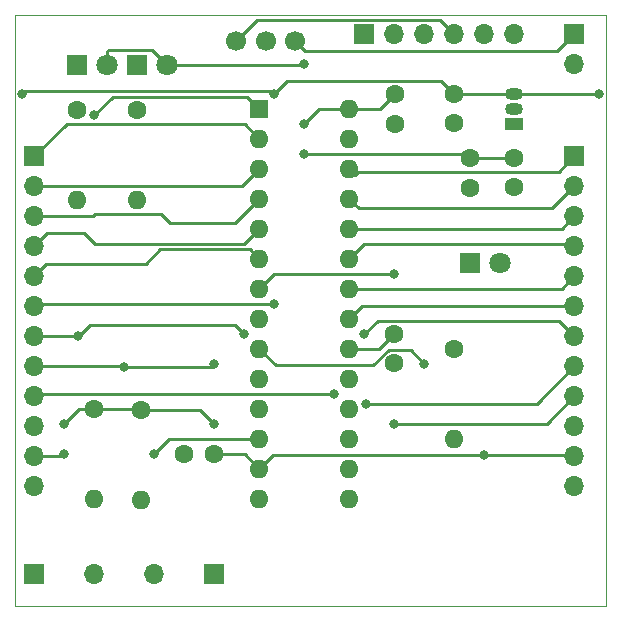
<source format=gbr>
%TF.GenerationSoftware,KiCad,Pcbnew,7.0.1-0*%
%TF.CreationDate,2023-04-19T13:51:38-05:00*%
%TF.ProjectId,ME 433 HW3,4d452034-3333-4204-9857-332e6b696361,rev?*%
%TF.SameCoordinates,Original*%
%TF.FileFunction,Copper,L1,Top*%
%TF.FilePolarity,Positive*%
%FSLAX46Y46*%
G04 Gerber Fmt 4.6, Leading zero omitted, Abs format (unit mm)*
G04 Created by KiCad (PCBNEW 7.0.1-0) date 2023-04-19 13:51:38*
%MOMM*%
%LPD*%
G01*
G04 APERTURE LIST*
%TA.AperFunction,ComponentPad*%
%ADD10C,1.600000*%
%TD*%
%TA.AperFunction,ComponentPad*%
%ADD11O,1.600000X1.600000*%
%TD*%
%TA.AperFunction,ComponentPad*%
%ADD12R,1.700000X1.700000*%
%TD*%
%TA.AperFunction,ComponentPad*%
%ADD13O,1.700000X1.700000*%
%TD*%
%TA.AperFunction,ComponentPad*%
%ADD14R,1.500000X1.050000*%
%TD*%
%TA.AperFunction,ComponentPad*%
%ADD15O,1.500000X1.050000*%
%TD*%
%TA.AperFunction,ComponentPad*%
%ADD16R,1.800000X1.800000*%
%TD*%
%TA.AperFunction,ComponentPad*%
%ADD17C,1.800000*%
%TD*%
%TA.AperFunction,ComponentPad*%
%ADD18R,1.600000X1.600000*%
%TD*%
%TA.AperFunction,ComponentPad*%
%ADD19C,1.700000*%
%TD*%
%TA.AperFunction,ViaPad*%
%ADD20C,0.800000*%
%TD*%
%TA.AperFunction,Conductor*%
%ADD21C,0.250000*%
%TD*%
%TA.AperFunction,Profile*%
%ADD22C,0.100000*%
%TD*%
G04 APERTURE END LIST*
D10*
%TO.P,R4,1*%
%TO.N,Net-(D2-K)*%
X105174367Y-108020640D03*
D11*
%TO.P,R4,2*%
%TO.N,/GREEN*%
X105174367Y-115640640D03*
%TD*%
D10*
%TO.P,C4,1*%
%TO.N,/VIN*%
X137160000Y-106680000D03*
%TO.P,C4,2*%
%TO.N,GND*%
X137160000Y-109180000D03*
%TD*%
D12*
%TO.P,J1,1,Pin_1*%
%TO.N,Net-(J1-Pin_1)*%
X147320000Y-101600000D03*
D13*
%TO.P,J1,2,Pin_2*%
%TO.N,GND*%
X147320000Y-104140000D03*
%TD*%
D14*
%TO.P,U2,1,VO*%
%TO.N,+3.3V*%
X142240000Y-109220000D03*
D15*
%TO.P,U2,2,GND*%
%TO.N,GND*%
X142240000Y-107950000D03*
%TO.P,U2,3,VI*%
%TO.N,/VIN*%
X142240000Y-106680000D03*
%TD*%
D16*
%TO.P,D1,1,K*%
%TO.N,Net-(D1-K)*%
X138455683Y-121026425D03*
D17*
%TO.P,D1,2,A*%
%TO.N,+3.3V*%
X140995683Y-121026425D03*
%TD*%
D10*
%TO.P,C5,1*%
%TO.N,+3.3V*%
X142196489Y-112093623D03*
%TO.P,C5,2*%
%TO.N,GND*%
X142196489Y-114593623D03*
%TD*%
%TO.P,C1,1*%
%TO.N,+3.3V*%
X116800000Y-137160000D03*
%TO.P,C1,2*%
%TO.N,GND*%
X114300000Y-137160000D03*
%TD*%
D16*
%TO.P,D3,1,K*%
%TO.N,Net-(D3-K)*%
X110254367Y-104210640D03*
D17*
%TO.P,D3,2,A*%
%TO.N,+3.3V*%
X112794367Y-104210640D03*
%TD*%
D12*
%TO.P,J3,1,Pin_1*%
%TO.N,/B15*%
X147320000Y-111960000D03*
D13*
%TO.P,J3,2,Pin_2*%
%TO.N,/B14*%
X147320000Y-114500000D03*
%TO.P,J3,3,Pin_3*%
%TO.N,/B13*%
X147320000Y-117040000D03*
%TO.P,J3,4,Pin_4*%
%TO.N,/B12*%
X147320000Y-119580000D03*
%TO.P,J3,5,Pin_5*%
%TO.N,/B11*%
X147320000Y-122120000D03*
%TO.P,J3,6,Pin_6*%
%TO.N,/B10*%
X147320000Y-124660000D03*
%TO.P,J3,7,Pin_7*%
%TO.N,/B9*%
X147320000Y-127200000D03*
%TO.P,J3,8,Pin_8*%
%TO.N,/B8*%
X147320000Y-129740000D03*
%TO.P,J3,9,Pin_9*%
%TO.N,/B7*%
X147320000Y-132280000D03*
%TO.P,J3,10,Pin_10*%
%TO.N,/VIN*%
X147320000Y-134820000D03*
%TO.P,J3,11,Pin_11*%
%TO.N,+3.3V*%
X147320000Y-137360000D03*
%TO.P,J3,12,Pin_12*%
%TO.N,GND*%
X147320000Y-139900000D03*
%TD*%
D10*
%TO.P,C3,1*%
%TO.N,Net-(U1-VCAP)*%
X132080000Y-127000000D03*
%TO.P,C3,2*%
%TO.N,GND*%
X132080000Y-129500000D03*
%TD*%
%TO.P,R5,1*%
%TO.N,Net-(D3-K)*%
X110254367Y-108020640D03*
D11*
%TO.P,R5,2*%
%TO.N,/YELLOW*%
X110254367Y-115640640D03*
%TD*%
D10*
%TO.P,R2,1*%
%TO.N,+3.3V*%
X106680000Y-133350000D03*
D11*
%TO.P,R2,2*%
%TO.N,/MCLR*%
X106680000Y-140970000D03*
%TD*%
D12*
%TO.P,SW2,1,1*%
%TO.N,GND*%
X101600000Y-147320000D03*
D13*
%TO.P,SW2,2,2*%
%TO.N,/MCLR*%
X106680000Y-147320000D03*
%TD*%
D16*
%TO.P,D2,1,K*%
%TO.N,Net-(D2-K)*%
X105174367Y-104210640D03*
D17*
%TO.P,D2,2,A*%
%TO.N,+3.3V*%
X107714367Y-104210640D03*
%TD*%
D10*
%TO.P,C2,1*%
%TO.N,+3.3V*%
X132120000Y-106720000D03*
%TO.P,C2,2*%
%TO.N,GND*%
X132120000Y-109220000D03*
%TD*%
D12*
%TO.P,SW3,1,1*%
%TO.N,GND*%
X116840000Y-147320000D03*
D13*
%TO.P,SW3,2,2*%
%TO.N,/USER*%
X111760000Y-147320000D03*
%TD*%
D12*
%TO.P,J4,1,Pin_1*%
%TO.N,unconnected-(J4-Pin_1-Pad1)*%
X129540000Y-101600000D03*
D13*
%TO.P,J4,2,Pin_2*%
%TO.N,/U1TX*%
X132080000Y-101600000D03*
%TO.P,J4,3,Pin_3*%
%TO.N,/U1RX*%
X134620000Y-101600000D03*
%TO.P,J4,4,Pin_4*%
%TO.N,+5V*%
X137160000Y-101600000D03*
%TO.P,J4,5,Pin_5*%
%TO.N,unconnected-(J4-Pin_5-Pad5)*%
X139700000Y-101600000D03*
%TO.P,J4,6,Pin_6*%
%TO.N,GND*%
X142240000Y-101600000D03*
%TD*%
D10*
%TO.P,R3,1*%
%TO.N,+3.3V*%
X110640135Y-133409684D03*
D11*
%TO.P,R3,2*%
%TO.N,/USER*%
X110640135Y-141029684D03*
%TD*%
D18*
%TO.P,U1,1,~{MCLR}*%
%TO.N,/MCLR*%
X120660000Y-107935000D03*
D11*
%TO.P,U1,2,A0*%
%TO.N,/A0*%
X120660000Y-110475000D03*
%TO.P,U1,3,A1*%
%TO.N,/A1*%
X120660000Y-113015000D03*
%TO.P,U1,4,B0*%
%TO.N,/B0*%
X120660000Y-115555000D03*
%TO.P,U1,5,B1*%
%TO.N,/B1*%
X120660000Y-118095000D03*
%TO.P,U1,6,B2*%
%TO.N,/B2*%
X120660000Y-120635000D03*
%TO.P,U1,7,B3*%
%TO.N,/U1TX*%
X120660000Y-123175000D03*
%TO.P,U1,8,VSS*%
%TO.N,GND*%
X120660000Y-125715000D03*
%TO.P,U1,9,A2*%
%TO.N,/U1RX*%
X120660000Y-128255000D03*
%TO.P,U1,10,A3*%
%TO.N,/A3*%
X120660000Y-130795000D03*
%TO.P,U1,11,B4*%
%TO.N,/GREEN*%
X120660000Y-133335000D03*
%TO.P,U1,12,A4*%
%TO.N,/USER*%
X120660000Y-135875000D03*
%TO.P,U1,13,VDD*%
%TO.N,+3.3V*%
X120660000Y-138415000D03*
%TO.P,U1,14,B5*%
%TO.N,/YELLOW*%
X120660000Y-140955000D03*
%TO.P,U1,15,B6*%
%TO.N,/B6*%
X128280000Y-140955000D03*
%TO.P,U1,16,B7*%
%TO.N,/B7*%
X128280000Y-138415000D03*
%TO.P,U1,17,B8*%
%TO.N,/B8*%
X128280000Y-135875000D03*
%TO.P,U1,18,B9*%
%TO.N,/B9*%
X128280000Y-133335000D03*
%TO.P,U1,19,VSS*%
%TO.N,GND*%
X128280000Y-130795000D03*
%TO.P,U1,20,VCAP*%
%TO.N,Net-(U1-VCAP)*%
X128280000Y-128255000D03*
%TO.P,U1,21,B10*%
%TO.N,/B10*%
X128280000Y-125715000D03*
%TO.P,U1,22,B11*%
%TO.N,/B11*%
X128280000Y-123175000D03*
%TO.P,U1,23,B12*%
%TO.N,/B12*%
X128280000Y-120635000D03*
%TO.P,U1,24,B13*%
%TO.N,/B13*%
X128280000Y-118095000D03*
%TO.P,U1,25,B14*%
%TO.N,/B14*%
X128280000Y-115555000D03*
%TO.P,U1,26,B15*%
%TO.N,/B15*%
X128280000Y-113015000D03*
%TO.P,U1,27,AVSS*%
%TO.N,GND*%
X128280000Y-110475000D03*
%TO.P,U1,28,AVDD*%
%TO.N,+3.3V*%
X128280000Y-107935000D03*
%TD*%
D10*
%TO.P,C6,1*%
%TO.N,+3.3V*%
X138526626Y-112141284D03*
%TO.P,C6,2*%
%TO.N,GND*%
X138526626Y-114641284D03*
%TD*%
D19*
%TO.P,SW1,1,A*%
%TO.N,+5V*%
X118692852Y-102213822D03*
%TO.P,SW1,2,B*%
%TO.N,/VIN*%
X121192852Y-102213822D03*
%TO.P,SW1,3,C*%
%TO.N,Net-(J1-Pin_1)*%
X123692852Y-102213822D03*
%TD*%
D10*
%TO.P,R1,1*%
%TO.N,Net-(D1-K)*%
X137160000Y-128270000D03*
D11*
%TO.P,R1,2*%
%TO.N,GND*%
X137160000Y-135890000D03*
%TD*%
D12*
%TO.P,J2,1,Pin_1*%
%TO.N,/A0*%
X101600000Y-111960000D03*
D13*
%TO.P,J2,2,Pin_2*%
%TO.N,/A1*%
X101600000Y-114500000D03*
%TO.P,J2,3,Pin_3*%
%TO.N,/B0*%
X101600000Y-117040000D03*
%TO.P,J2,4,Pin_4*%
%TO.N,/B1*%
X101600000Y-119580000D03*
%TO.P,J2,5,Pin_5*%
%TO.N,/B2*%
X101600000Y-122120000D03*
%TO.P,J2,6,Pin_6*%
%TO.N,/A3*%
X101600000Y-124660000D03*
%TO.P,J2,7,Pin_7*%
%TO.N,/GREEN*%
X101600000Y-127200000D03*
%TO.P,J2,8,Pin_8*%
%TO.N,/YELLOW*%
X101600000Y-129740000D03*
%TO.P,J2,9,Pin_9*%
%TO.N,/B6*%
X101600000Y-132280000D03*
%TO.P,J2,10,Pin_10*%
%TO.N,/VIN*%
X101600000Y-134820000D03*
%TO.P,J2,11,Pin_11*%
%TO.N,+3.3V*%
X101600000Y-137360000D03*
%TO.P,J2,12,Pin_12*%
%TO.N,GND*%
X101600000Y-139900000D03*
%TD*%
D20*
%TO.N,+3.3V*%
X139700000Y-137290000D03*
X104140000Y-134620000D03*
X116840000Y-134620000D03*
X124460000Y-109220000D03*
X124460000Y-104140000D03*
X124460000Y-111760000D03*
X104140000Y-137160000D03*
%TO.N,/VIN*%
X121920000Y-106680000D03*
X149440500Y-106680000D03*
X100559500Y-106680000D03*
%TO.N,/A3*%
X121920000Y-124460000D03*
%TO.N,/GREEN*%
X119380000Y-127000000D03*
X105337979Y-127200000D03*
%TO.N,/YELLOW*%
X109220000Y-129833175D03*
X116840000Y-129540000D03*
%TO.N,/B6*%
X127000000Y-132080000D03*
%TO.N,/B9*%
X129540000Y-127000000D03*
%TO.N,/B8*%
X129706765Y-132932834D03*
%TO.N,/B7*%
X132080000Y-134620000D03*
%TO.N,/U1TX*%
X132080000Y-121920000D03*
%TO.N,/U1RX*%
X134620000Y-129540000D03*
%TO.N,/MCLR*%
X106680000Y-108495500D03*
%TO.N,/USER*%
X111760000Y-137160000D03*
%TD*%
D21*
%TO.N,+3.3V*%
X115629684Y-133409684D02*
X116840000Y-134620000D01*
X110640135Y-133409684D02*
X115629684Y-133409684D01*
X106680000Y-133350000D02*
X110580451Y-133350000D01*
X107714367Y-103105633D02*
X107834360Y-102985640D01*
X142196489Y-109263511D02*
X142240000Y-109220000D01*
X142148828Y-112141284D02*
X142196489Y-112093623D01*
X138145342Y-111760000D02*
X124460000Y-111760000D01*
X121785000Y-137290000D02*
X120660000Y-138415000D01*
X101600000Y-137360000D02*
X103940000Y-137360000D01*
X105410000Y-133350000D02*
X106680000Y-133350000D01*
X103940000Y-137360000D02*
X104140000Y-137160000D01*
X124389360Y-104210640D02*
X124460000Y-104140000D01*
X111569367Y-102985640D02*
X112794367Y-104210640D01*
X107834360Y-102985640D02*
X111569367Y-102985640D01*
X128280000Y-107935000D02*
X130905000Y-107935000D01*
X110580451Y-133350000D02*
X110640135Y-133409684D01*
X138526626Y-112141284D02*
X142148828Y-112141284D01*
X125745000Y-107935000D02*
X128280000Y-107935000D01*
X147320000Y-137360000D02*
X147250000Y-137290000D01*
X139700000Y-137290000D02*
X121785000Y-137290000D01*
X107714367Y-104210640D02*
X107714367Y-103105633D01*
X138526626Y-112141284D02*
X138145342Y-111760000D01*
X147250000Y-137290000D02*
X139700000Y-137290000D01*
X130905000Y-107935000D02*
X132120000Y-106720000D01*
X106739684Y-133409684D02*
X106680000Y-133350000D01*
X124460000Y-109220000D02*
X125745000Y-107935000D01*
X119405000Y-137160000D02*
X120660000Y-138415000D01*
X112794367Y-104210640D02*
X124389360Y-104210640D01*
X116800000Y-137160000D02*
X119405000Y-137160000D01*
X104140000Y-134620000D02*
X105410000Y-133350000D01*
%TO.N,Net-(U1-VCAP)*%
X128280000Y-128255000D02*
X130825000Y-128255000D01*
X130825000Y-128255000D02*
X132080000Y-127000000D01*
%TO.N,/VIN*%
X121685640Y-106445640D02*
X100793860Y-106445640D01*
X142240000Y-106680000D02*
X149440500Y-106680000D01*
X136075000Y-105595000D02*
X123005000Y-105595000D01*
X123005000Y-105595000D02*
X121920000Y-106680000D01*
X100793860Y-106445640D02*
X100559500Y-106680000D01*
X121920000Y-106680000D02*
X121685640Y-106445640D01*
X142240000Y-106680000D02*
X137160000Y-106680000D01*
X137160000Y-106680000D02*
X136075000Y-105595000D01*
%TO.N,Net-(J1-Pin_1)*%
X145856178Y-103063822D02*
X124542852Y-103063822D01*
X147320000Y-101600000D02*
X145856178Y-103063822D01*
X124542852Y-103063822D02*
X123692852Y-102213822D01*
%TO.N,/A0*%
X104340000Y-109220000D02*
X119405000Y-109220000D01*
X101600000Y-111960000D02*
X104340000Y-109220000D01*
X119405000Y-109220000D02*
X120660000Y-110475000D01*
%TO.N,/A1*%
X101600000Y-114500000D02*
X119175000Y-114500000D01*
X119175000Y-114500000D02*
X120660000Y-113015000D01*
%TO.N,/B0*%
X113075000Y-117595000D02*
X118620000Y-117595000D01*
X112320000Y-116840000D02*
X113075000Y-117595000D01*
X106559009Y-117040000D02*
X106759009Y-116840000D01*
X118620000Y-117595000D02*
X120660000Y-115555000D01*
X101600000Y-117040000D02*
X106559009Y-117040000D01*
X106759009Y-116840000D02*
X112320000Y-116840000D01*
%TO.N,/B1*%
X102713583Y-118466417D02*
X105815387Y-118466417D01*
X101600000Y-119580000D02*
X102713583Y-118466417D01*
X106728970Y-119380000D02*
X119375000Y-119380000D01*
X119375000Y-119380000D02*
X120660000Y-118095000D01*
X105815387Y-118466417D02*
X106728970Y-119380000D01*
%TO.N,/B2*%
X102631825Y-121088175D02*
X111018175Y-121088175D01*
X101600000Y-122120000D02*
X102631825Y-121088175D01*
X112276350Y-119830000D02*
X119855000Y-119830000D01*
X119855000Y-119830000D02*
X120660000Y-120635000D01*
X111018175Y-121088175D02*
X112276350Y-119830000D01*
%TO.N,/A3*%
X101600000Y-124660000D02*
X101800000Y-124460000D01*
X101800000Y-124460000D02*
X121920000Y-124460000D01*
%TO.N,/GREEN*%
X118625000Y-126245000D02*
X119380000Y-127000000D01*
X105537979Y-127000000D02*
X105337979Y-127200000D01*
X101600000Y-127200000D02*
X105337979Y-127200000D01*
X105349396Y-127211417D02*
X106315813Y-126245000D01*
X105337979Y-127200000D02*
X105349396Y-127211417D01*
X106315813Y-126245000D02*
X118625000Y-126245000D01*
%TO.N,/YELLOW*%
X109126825Y-129740000D02*
X109220000Y-129833175D01*
X116546825Y-129833175D02*
X116840000Y-129540000D01*
X111760000Y-129833175D02*
X116546825Y-129833175D01*
X109220000Y-129833175D02*
X111760000Y-129833175D01*
X101600000Y-129740000D02*
X109126825Y-129740000D01*
%TO.N,/B6*%
X101800000Y-132080000D02*
X127000000Y-132080000D01*
X101600000Y-132280000D02*
X101800000Y-132080000D01*
%TO.N,/B15*%
X146013716Y-113266284D02*
X147320000Y-111960000D01*
X128781284Y-113516284D02*
X129031284Y-113266284D01*
X128280000Y-113015000D02*
X128781284Y-113516284D01*
X129031284Y-113266284D02*
X146013716Y-113266284D01*
%TO.N,/B14*%
X128280000Y-115555000D02*
X129079999Y-116354999D01*
X145465001Y-116354999D02*
X147320000Y-114500000D01*
X129079999Y-116354999D02*
X145465001Y-116354999D01*
%TO.N,/B13*%
X128280000Y-118095000D02*
X146265000Y-118095000D01*
X146265000Y-118095000D02*
X147320000Y-117040000D01*
%TO.N,/B12*%
X129535000Y-119380000D02*
X147320000Y-119380000D01*
X128280000Y-120635000D02*
X129535000Y-119380000D01*
%TO.N,/B11*%
X128280000Y-123175000D02*
X146265000Y-123175000D01*
X146265000Y-123175000D02*
X147320000Y-122120000D01*
%TO.N,/B10*%
X147320000Y-124660000D02*
X129335000Y-124660000D01*
X129335000Y-124660000D02*
X128280000Y-125715000D01*
%TO.N,/B9*%
X145995000Y-125875000D02*
X130665000Y-125875000D01*
X130665000Y-125875000D02*
X129540000Y-127000000D01*
X147320000Y-127200000D02*
X145995000Y-125875000D01*
%TO.N,/B8*%
X147320000Y-129740000D02*
X144127166Y-132932834D01*
X144127166Y-132932834D02*
X129706765Y-132932834D01*
%TO.N,/B7*%
X144980000Y-134620000D02*
X132080000Y-134620000D01*
X147320000Y-132280000D02*
X144980000Y-134620000D01*
%TO.N,/U1TX*%
X121915000Y-121920000D02*
X132080000Y-121920000D01*
X120660000Y-123175000D02*
X121915000Y-121920000D01*
%TO.N,/U1RX*%
X133455000Y-128375000D02*
X134620000Y-129540000D01*
X120660000Y-128255000D02*
X122075000Y-129670000D01*
X130319009Y-129670000D02*
X131614009Y-128375000D01*
X122075000Y-129670000D02*
X130319009Y-129670000D01*
X131614009Y-128375000D02*
X133455000Y-128375000D01*
%TO.N,+5V*%
X120481674Y-100425000D02*
X135985000Y-100425000D01*
X135985000Y-100425000D02*
X137160000Y-101600000D01*
X118692852Y-102213822D02*
X120481674Y-100425000D01*
%TO.N,/MCLR*%
X108279860Y-106895640D02*
X106680000Y-108495500D01*
X119620640Y-106895640D02*
X108279860Y-106895640D01*
X120660000Y-107935000D02*
X119620640Y-106895640D01*
%TO.N,/USER*%
X113045000Y-135875000D02*
X111760000Y-137160000D01*
X120660000Y-135875000D02*
X113045000Y-135875000D01*
%TD*%
D22*
X100000000Y-100000000D02*
X150000000Y-100000000D01*
X150000000Y-150000000D01*
X100000000Y-150000000D01*
X100000000Y-100000000D01*
M02*

</source>
